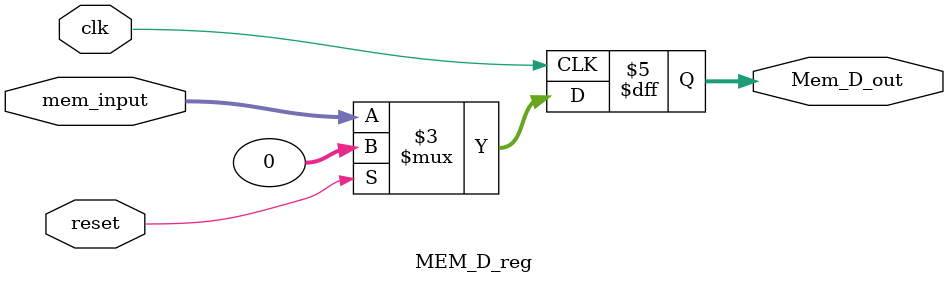
<source format=v>
`timescale 1ns / 1ps
module MEM_D_reg( mem_input, Mem_D_out, reset, clk
    );
	 
	 input [31:0] mem_input;
	 input reset, clk;
	 output reg [31:0] Mem_D_out;

	always@(posedge clk)
		begin
			if(reset)
			begin
			Mem_D_out <= 32'd0;
			end
			
			else
			begin
			Mem_D_out <= mem_input;
			end
		end
endmodule

</source>
